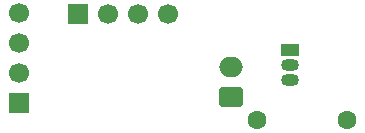
<source format=gts>
%TF.GenerationSoftware,KiCad,Pcbnew,9.0.2*%
%TF.CreationDate,2025-08-29T11:08:53+00:00*%
%TF.ProjectId,AERIS-Nano Breakout Board,41455249-532d-44e6-916e-6f2042726561,rev?*%
%TF.SameCoordinates,Original*%
%TF.FileFunction,Soldermask,Top*%
%TF.FilePolarity,Negative*%
%FSLAX46Y46*%
G04 Gerber Fmt 4.6, Leading zero omitted, Abs format (unit mm)*
G04 Created by KiCad (PCBNEW 9.0.2) date 2025-08-29 11:08:53*
%MOMM*%
%LPD*%
G01*
G04 APERTURE LIST*
G04 Aperture macros list*
%AMRoundRect*
0 Rectangle with rounded corners*
0 $1 Rounding radius*
0 $2 $3 $4 $5 $6 $7 $8 $9 X,Y pos of 4 corners*
0 Add a 4 corners polygon primitive as box body*
4,1,4,$2,$3,$4,$5,$6,$7,$8,$9,$2,$3,0*
0 Add four circle primitives for the rounded corners*
1,1,$1+$1,$2,$3*
1,1,$1+$1,$4,$5*
1,1,$1+$1,$6,$7*
1,1,$1+$1,$8,$9*
0 Add four rect primitives between the rounded corners*
20,1,$1+$1,$2,$3,$4,$5,0*
20,1,$1+$1,$4,$5,$6,$7,0*
20,1,$1+$1,$6,$7,$8,$9,0*
20,1,$1+$1,$8,$9,$2,$3,0*%
G04 Aperture macros list end*
%ADD10R,1.700000X1.700000*%
%ADD11C,1.700000*%
%ADD12C,1.600000*%
%ADD13RoundRect,0.250000X0.750000X-0.600000X0.750000X0.600000X-0.750000X0.600000X-0.750000X-0.600000X0*%
%ADD14O,2.000000X1.700000*%
%ADD15R,1.500000X1.050000*%
%ADD16O,1.500000X1.050000*%
G04 APERTURE END LIST*
D10*
%TO.C,J1*%
X164500000Y-93000000D03*
D11*
X167040000Y-93000000D03*
X169580000Y-93000000D03*
X172120000Y-93000000D03*
%TD*%
D10*
%TO.C,J2*%
X159500000Y-100540000D03*
D11*
X159500000Y-98000000D03*
X159500000Y-95460000D03*
X159500000Y-92920000D03*
%TD*%
D12*
%TO.C,R1*%
X179690000Y-102000000D03*
X187310000Y-102000000D03*
%TD*%
D13*
%TO.C,J3*%
X177500000Y-100000000D03*
D14*
X177500000Y-97500000D03*
%TD*%
D15*
%TO.C,Q1*%
X182500000Y-96000000D03*
D16*
X182500000Y-97270000D03*
X182500000Y-98540000D03*
%TD*%
M02*

</source>
